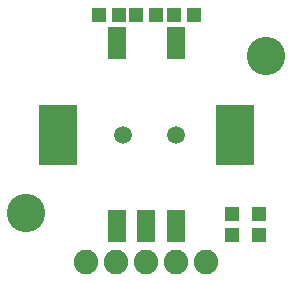
<source format=gbr>
G04 EAGLE Gerber RS-274X export*
G75*
%MOMM*%
%FSLAX34Y34*%
%LPD*%
%INSoldermask Top*%
%IPPOS*%
%AMOC8*
5,1,8,0,0,1.08239X$1,22.5*%
G01*
%ADD10C,3.251200*%
%ADD11R,1.303200X1.203200*%
%ADD12C,2.082800*%
%ADD13R,1.203200X1.303200*%
%ADD14R,3.203200X5.203200*%
%ADD15R,1.503200X2.703200*%
%ADD16C,1.503200*%


D10*
X177800Y149225D03*
X381000Y282575D03*
D11*
X287900Y317500D03*
X270900Y317500D03*
D12*
X228600Y107950D03*
X254000Y107950D03*
X279400Y107950D03*
X304800Y107950D03*
X330200Y107950D03*
D11*
X374650Y148200D03*
X374650Y131200D03*
X352425Y148200D03*
X352425Y131200D03*
D13*
X302650Y317500D03*
X319650Y317500D03*
X256150Y317500D03*
X239150Y317500D03*
D14*
X204400Y215900D03*
X354400Y215900D03*
D15*
X279400Y138400D03*
X254400Y138400D03*
X304400Y138400D03*
X254400Y293400D03*
X304400Y293400D03*
D16*
X304400Y215900D03*
X259400Y215900D03*
M02*

</source>
